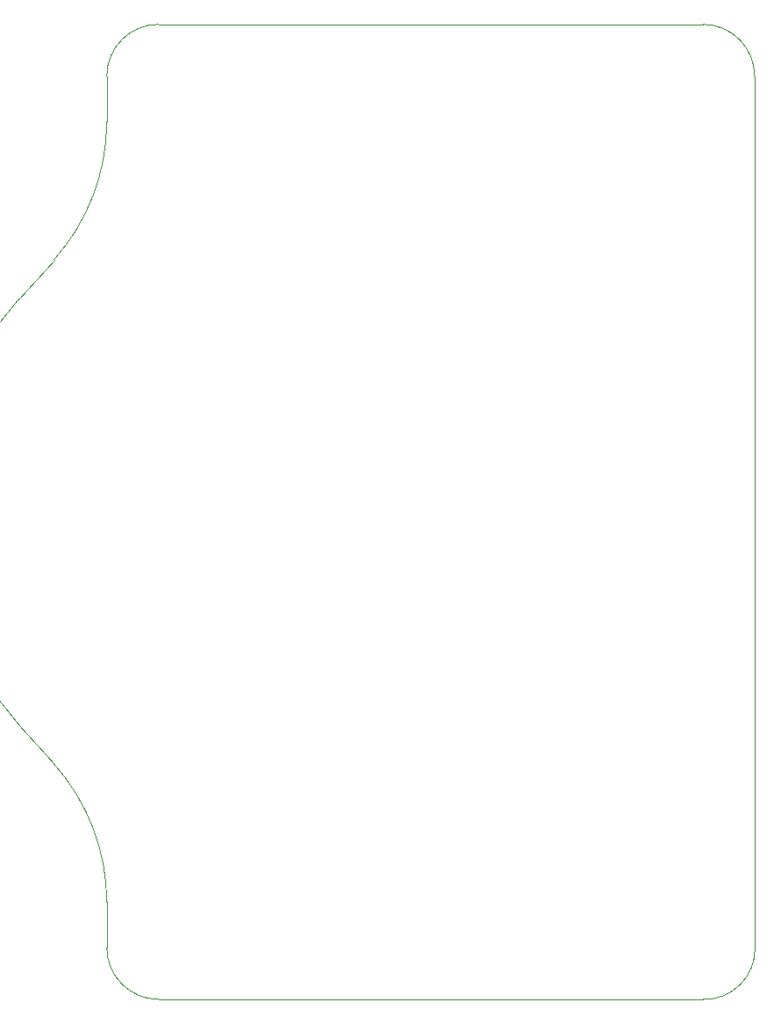
<source format=gbr>
G04 #@! TF.GenerationSoftware,KiCad,Pcbnew,9.0.2*
G04 #@! TF.CreationDate,2025-12-18T00:19:16-05:00*
G04 #@! TF.ProjectId,Trackball,54726163-6b62-4616-9c6c-2e6b69636164,rev?*
G04 #@! TF.SameCoordinates,Original*
G04 #@! TF.FileFunction,Profile,NP*
%FSLAX46Y46*%
G04 Gerber Fmt 4.6, Leading zero omitted, Abs format (unit mm)*
G04 Created by KiCad (PCBNEW 9.0.2) date 2025-12-18 00:19:16*
%MOMM*%
%LPD*%
G01*
G04 APERTURE LIST*
G04 #@! TA.AperFunction,Profile*
%ADD10C,0.050000*%
G04 #@! TD*
G04 APERTURE END LIST*
D10*
X92155576Y-54573900D02*
G75*
G02*
X97155599Y-59571123I24J-5000000D01*
G01*
X29557627Y-125879294D02*
X26152801Y-122073900D01*
X34652800Y-59573900D02*
G75*
G02*
X39652800Y-54573900I5000000J0D01*
G01*
X34652800Y-59573900D02*
X34652800Y-63932609D01*
X29557627Y-77268506D02*
X26152801Y-81073900D01*
X26152800Y-122073900D02*
G75*
G02*
X26152800Y-81073900I23162440J20500000D01*
G01*
X39652800Y-148573900D02*
X92152800Y-148573900D01*
X34652800Y-143573900D02*
X34652800Y-139215191D01*
X34652800Y-63932609D02*
G75*
G02*
X29557627Y-77268506I-20000011J4D01*
G01*
X39652800Y-54573900D02*
X92152800Y-54573900D01*
X39652800Y-148573900D02*
G75*
G02*
X34652800Y-143573900I0J5000000D01*
G01*
X97155599Y-59571123D02*
X97200019Y-143597203D01*
X29557627Y-125879294D02*
G75*
G02*
X34652799Y-139215191I-14904777J-13335876D01*
G01*
X97200019Y-143597203D02*
G75*
G02*
X92152800Y-148573896I-4876959J-101647D01*
G01*
M02*

</source>
